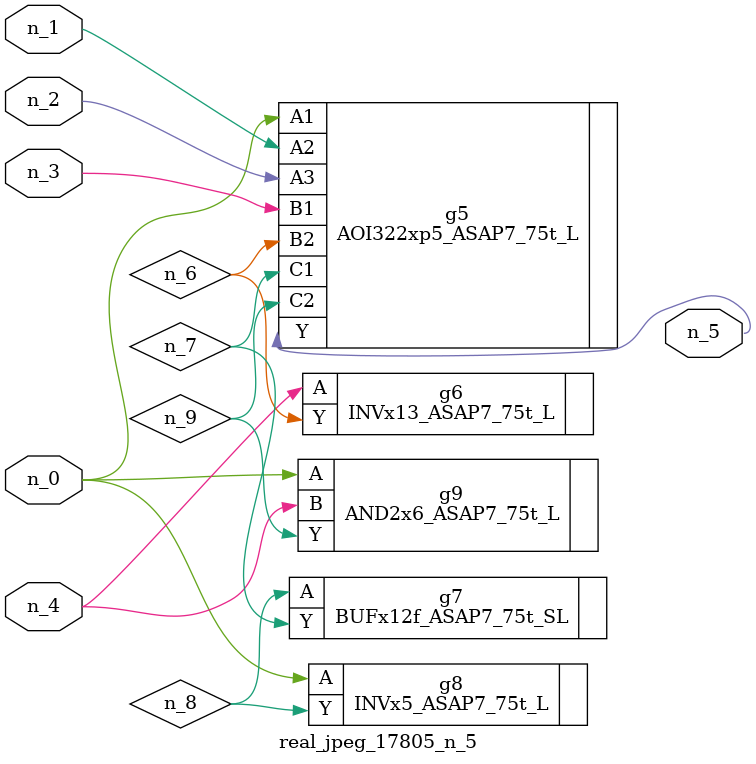
<source format=v>
module real_jpeg_17805_n_5 (n_4, n_0, n_1, n_2, n_3, n_5);

input n_4;
input n_0;
input n_1;
input n_2;
input n_3;

output n_5;

wire n_8;
wire n_6;
wire n_7;
wire n_9;

AOI322xp5_ASAP7_75t_L g5 ( 
.A1(n_0),
.A2(n_1),
.A3(n_2),
.B1(n_3),
.B2(n_6),
.C1(n_7),
.C2(n_9),
.Y(n_5)
);

INVx5_ASAP7_75t_L g8 ( 
.A(n_0),
.Y(n_8)
);

AND2x6_ASAP7_75t_L g9 ( 
.A(n_0),
.B(n_4),
.Y(n_9)
);

INVx13_ASAP7_75t_L g6 ( 
.A(n_4),
.Y(n_6)
);

BUFx12f_ASAP7_75t_SL g7 ( 
.A(n_8),
.Y(n_7)
);


endmodule
</source>
